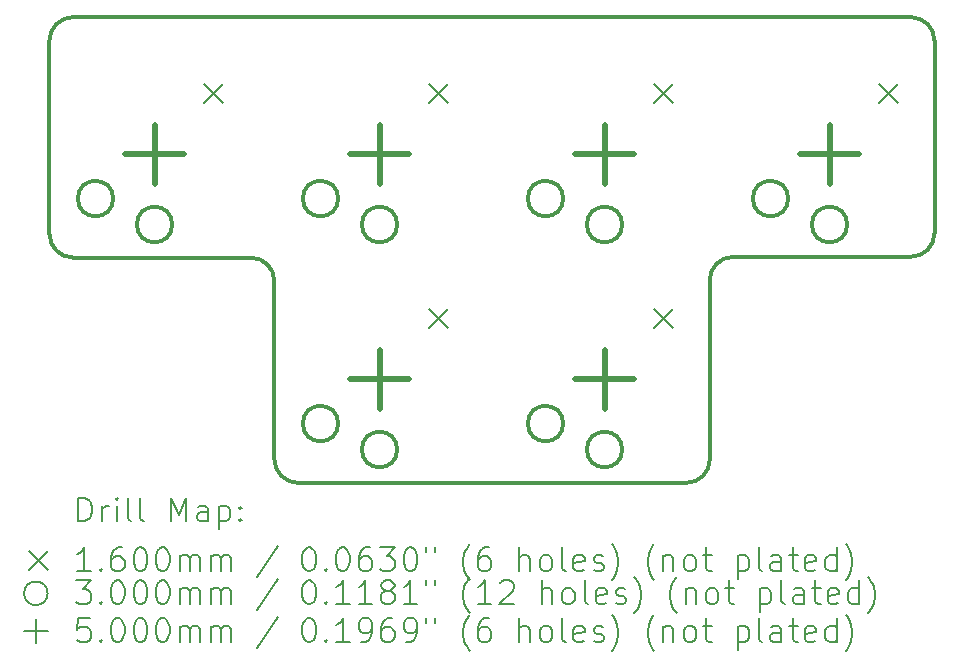
<source format=gbr>
%TF.GenerationSoftware,KiCad,Pcbnew,8.0.5*%
%TF.CreationDate,2024-09-18T06:53:53+09:00*%
%TF.ProjectId,SandyLP_Top,53616e64-794c-4505-9f54-6f702e6b6963,v.0*%
%TF.SameCoordinates,Original*%
%TF.FileFunction,Drillmap*%
%TF.FilePolarity,Positive*%
%FSLAX45Y45*%
G04 Gerber Fmt 4.5, Leading zero omitted, Abs format (unit mm)*
G04 Created by KiCad (PCBNEW 8.0.5) date 2024-09-18 06:53:53*
%MOMM*%
%LPD*%
G01*
G04 APERTURE LIST*
%ADD10C,0.300000*%
%ADD11C,0.200000*%
%ADD12C,0.160000*%
%ADD13C,0.500000*%
G04 APERTURE END LIST*
D10*
X12050531Y-5280337D02*
X12050531Y-3644707D01*
X12250531Y-5480337D02*
X13755531Y-5480337D01*
X13955531Y-7187626D02*
X13955531Y-5680336D01*
X14155531Y-7387626D02*
X17443022Y-7387415D01*
X17643022Y-7187415D02*
X17640531Y-5674258D01*
X17840531Y-5474258D02*
X19344281Y-5473258D01*
X19344281Y-3444707D02*
X12250531Y-3444707D01*
X19544281Y-5273258D02*
X19544281Y-3644707D01*
X12050531Y-3644707D02*
G75*
G02*
X12250531Y-3444707I200000J0D01*
G01*
X12250531Y-5480337D02*
G75*
G02*
X12050531Y-5280337I0J200000D01*
G01*
X13755531Y-5480337D02*
G75*
G02*
X13955531Y-5680336I0J-200000D01*
G01*
X14155531Y-7387626D02*
G75*
G02*
X13955531Y-7187626I0J200000D01*
G01*
X17640531Y-5674258D02*
G75*
G02*
X17840531Y-5474259I199994J5D01*
G01*
X17643022Y-7187415D02*
G75*
G02*
X17443022Y-7387415I-199992J-8D01*
G01*
X19344281Y-3444707D02*
G75*
G02*
X19544274Y-3644707I0J-199993D01*
G01*
X19544281Y-5273258D02*
G75*
G02*
X19344281Y-5473261I-200010J7D01*
G01*
D11*
D12*
X13360531Y-4010340D02*
X13520531Y-4170340D01*
X13520531Y-4010340D02*
X13360531Y-4170340D01*
X15265531Y-4010340D02*
X15425531Y-4170340D01*
X15425531Y-4010340D02*
X15265531Y-4170340D01*
X15265531Y-5915340D02*
X15425531Y-6075340D01*
X15425531Y-5915340D02*
X15265531Y-6075340D01*
X17170531Y-4010340D02*
X17330531Y-4170340D01*
X17330531Y-4010340D02*
X17170531Y-4170340D01*
X17170531Y-5915340D02*
X17330531Y-6075340D01*
X17330531Y-5915340D02*
X17170531Y-6075340D01*
X19075531Y-4010340D02*
X19235531Y-4170340D01*
X19235531Y-4010340D02*
X19075531Y-4170340D01*
D10*
X12590531Y-4980341D02*
G75*
G02*
X12290531Y-4980341I-150000J0D01*
G01*
X12290531Y-4980341D02*
G75*
G02*
X12590531Y-4980341I150000J0D01*
G01*
X13090531Y-5200341D02*
G75*
G02*
X12790531Y-5200341I-150000J0D01*
G01*
X12790531Y-5200341D02*
G75*
G02*
X13090531Y-5200341I150000J0D01*
G01*
X14495531Y-4980341D02*
G75*
G02*
X14195531Y-4980341I-150000J0D01*
G01*
X14195531Y-4980341D02*
G75*
G02*
X14495531Y-4980341I150000J0D01*
G01*
X14495531Y-6885340D02*
G75*
G02*
X14195531Y-6885340I-150000J0D01*
G01*
X14195531Y-6885340D02*
G75*
G02*
X14495531Y-6885340I150000J0D01*
G01*
X14995531Y-5200341D02*
G75*
G02*
X14695531Y-5200341I-150000J0D01*
G01*
X14695531Y-5200341D02*
G75*
G02*
X14995531Y-5200341I150000J0D01*
G01*
X14995531Y-7105340D02*
G75*
G02*
X14695531Y-7105340I-150000J0D01*
G01*
X14695531Y-7105340D02*
G75*
G02*
X14995531Y-7105340I150000J0D01*
G01*
X16400531Y-4980341D02*
G75*
G02*
X16100531Y-4980341I-150000J0D01*
G01*
X16100531Y-4980341D02*
G75*
G02*
X16400531Y-4980341I150000J0D01*
G01*
X16400531Y-6885340D02*
G75*
G02*
X16100531Y-6885340I-150000J0D01*
G01*
X16100531Y-6885340D02*
G75*
G02*
X16400531Y-6885340I150000J0D01*
G01*
X16900531Y-5200341D02*
G75*
G02*
X16600531Y-5200341I-150000J0D01*
G01*
X16600531Y-5200341D02*
G75*
G02*
X16900531Y-5200341I150000J0D01*
G01*
X16900531Y-7105340D02*
G75*
G02*
X16600531Y-7105340I-150000J0D01*
G01*
X16600531Y-7105340D02*
G75*
G02*
X16900531Y-7105340I150000J0D01*
G01*
X18305531Y-4980341D02*
G75*
G02*
X18005531Y-4980341I-150000J0D01*
G01*
X18005531Y-4980341D02*
G75*
G02*
X18305531Y-4980341I150000J0D01*
G01*
X18805531Y-5200341D02*
G75*
G02*
X18505531Y-5200341I-150000J0D01*
G01*
X18505531Y-5200341D02*
G75*
G02*
X18805531Y-5200341I150000J0D01*
G01*
D13*
X12940531Y-4355341D02*
X12940531Y-4855341D01*
X12690531Y-4605341D02*
X13190531Y-4605341D01*
X14845531Y-4355341D02*
X14845531Y-4855341D01*
X14595531Y-4605341D02*
X15095531Y-4605341D01*
X14845531Y-6260340D02*
X14845531Y-6760340D01*
X14595531Y-6510340D02*
X15095531Y-6510340D01*
X16750531Y-4355341D02*
X16750531Y-4855341D01*
X16500531Y-4605341D02*
X17000531Y-4605341D01*
X16750531Y-6260340D02*
X16750531Y-6760340D01*
X16500531Y-6510340D02*
X17000531Y-6510340D01*
X18655531Y-4355341D02*
X18655531Y-4855341D01*
X18405531Y-4605341D02*
X18905531Y-4605341D01*
D11*
X12296308Y-7714110D02*
X12296308Y-7514110D01*
X12296308Y-7514110D02*
X12343927Y-7514110D01*
X12343927Y-7514110D02*
X12372498Y-7523633D01*
X12372498Y-7523633D02*
X12391546Y-7542681D01*
X12391546Y-7542681D02*
X12401070Y-7561729D01*
X12401070Y-7561729D02*
X12410593Y-7599824D01*
X12410593Y-7599824D02*
X12410593Y-7628395D01*
X12410593Y-7628395D02*
X12401070Y-7666490D01*
X12401070Y-7666490D02*
X12391546Y-7685538D01*
X12391546Y-7685538D02*
X12372498Y-7704586D01*
X12372498Y-7704586D02*
X12343927Y-7714110D01*
X12343927Y-7714110D02*
X12296308Y-7714110D01*
X12496308Y-7714110D02*
X12496308Y-7580776D01*
X12496308Y-7618871D02*
X12505832Y-7599824D01*
X12505832Y-7599824D02*
X12515355Y-7590300D01*
X12515355Y-7590300D02*
X12534403Y-7580776D01*
X12534403Y-7580776D02*
X12553451Y-7580776D01*
X12620117Y-7714110D02*
X12620117Y-7580776D01*
X12620117Y-7514110D02*
X12610593Y-7523633D01*
X12610593Y-7523633D02*
X12620117Y-7533157D01*
X12620117Y-7533157D02*
X12629641Y-7523633D01*
X12629641Y-7523633D02*
X12620117Y-7514110D01*
X12620117Y-7514110D02*
X12620117Y-7533157D01*
X12743927Y-7714110D02*
X12724879Y-7704586D01*
X12724879Y-7704586D02*
X12715355Y-7685538D01*
X12715355Y-7685538D02*
X12715355Y-7514110D01*
X12848689Y-7714110D02*
X12829641Y-7704586D01*
X12829641Y-7704586D02*
X12820117Y-7685538D01*
X12820117Y-7685538D02*
X12820117Y-7514110D01*
X13077260Y-7714110D02*
X13077260Y-7514110D01*
X13077260Y-7514110D02*
X13143927Y-7656967D01*
X13143927Y-7656967D02*
X13210593Y-7514110D01*
X13210593Y-7514110D02*
X13210593Y-7714110D01*
X13391546Y-7714110D02*
X13391546Y-7609348D01*
X13391546Y-7609348D02*
X13382022Y-7590300D01*
X13382022Y-7590300D02*
X13362974Y-7580776D01*
X13362974Y-7580776D02*
X13324879Y-7580776D01*
X13324879Y-7580776D02*
X13305832Y-7590300D01*
X13391546Y-7704586D02*
X13372498Y-7714110D01*
X13372498Y-7714110D02*
X13324879Y-7714110D01*
X13324879Y-7714110D02*
X13305832Y-7704586D01*
X13305832Y-7704586D02*
X13296308Y-7685538D01*
X13296308Y-7685538D02*
X13296308Y-7666490D01*
X13296308Y-7666490D02*
X13305832Y-7647443D01*
X13305832Y-7647443D02*
X13324879Y-7637919D01*
X13324879Y-7637919D02*
X13372498Y-7637919D01*
X13372498Y-7637919D02*
X13391546Y-7628395D01*
X13486784Y-7580776D02*
X13486784Y-7780776D01*
X13486784Y-7590300D02*
X13505832Y-7580776D01*
X13505832Y-7580776D02*
X13543927Y-7580776D01*
X13543927Y-7580776D02*
X13562974Y-7590300D01*
X13562974Y-7590300D02*
X13572498Y-7599824D01*
X13572498Y-7599824D02*
X13582022Y-7618871D01*
X13582022Y-7618871D02*
X13582022Y-7676014D01*
X13582022Y-7676014D02*
X13572498Y-7695062D01*
X13572498Y-7695062D02*
X13562974Y-7704586D01*
X13562974Y-7704586D02*
X13543927Y-7714110D01*
X13543927Y-7714110D02*
X13505832Y-7714110D01*
X13505832Y-7714110D02*
X13486784Y-7704586D01*
X13667736Y-7695062D02*
X13677260Y-7704586D01*
X13677260Y-7704586D02*
X13667736Y-7714110D01*
X13667736Y-7714110D02*
X13658213Y-7704586D01*
X13658213Y-7704586D02*
X13667736Y-7695062D01*
X13667736Y-7695062D02*
X13667736Y-7714110D01*
X13667736Y-7590300D02*
X13677260Y-7599824D01*
X13677260Y-7599824D02*
X13667736Y-7609348D01*
X13667736Y-7609348D02*
X13658213Y-7599824D01*
X13658213Y-7599824D02*
X13667736Y-7590300D01*
X13667736Y-7590300D02*
X13667736Y-7609348D01*
D12*
X11875531Y-7962626D02*
X12035531Y-8122626D01*
X12035531Y-7962626D02*
X11875531Y-8122626D01*
D11*
X12401070Y-8134110D02*
X12286784Y-8134110D01*
X12343927Y-8134110D02*
X12343927Y-7934110D01*
X12343927Y-7934110D02*
X12324879Y-7962681D01*
X12324879Y-7962681D02*
X12305832Y-7981729D01*
X12305832Y-7981729D02*
X12286784Y-7991252D01*
X12486784Y-8115062D02*
X12496308Y-8124586D01*
X12496308Y-8124586D02*
X12486784Y-8134110D01*
X12486784Y-8134110D02*
X12477260Y-8124586D01*
X12477260Y-8124586D02*
X12486784Y-8115062D01*
X12486784Y-8115062D02*
X12486784Y-8134110D01*
X12667736Y-7934110D02*
X12629641Y-7934110D01*
X12629641Y-7934110D02*
X12610593Y-7943633D01*
X12610593Y-7943633D02*
X12601070Y-7953157D01*
X12601070Y-7953157D02*
X12582022Y-7981729D01*
X12582022Y-7981729D02*
X12572498Y-8019824D01*
X12572498Y-8019824D02*
X12572498Y-8096014D01*
X12572498Y-8096014D02*
X12582022Y-8115062D01*
X12582022Y-8115062D02*
X12591546Y-8124586D01*
X12591546Y-8124586D02*
X12610593Y-8134110D01*
X12610593Y-8134110D02*
X12648689Y-8134110D01*
X12648689Y-8134110D02*
X12667736Y-8124586D01*
X12667736Y-8124586D02*
X12677260Y-8115062D01*
X12677260Y-8115062D02*
X12686784Y-8096014D01*
X12686784Y-8096014D02*
X12686784Y-8048395D01*
X12686784Y-8048395D02*
X12677260Y-8029348D01*
X12677260Y-8029348D02*
X12667736Y-8019824D01*
X12667736Y-8019824D02*
X12648689Y-8010300D01*
X12648689Y-8010300D02*
X12610593Y-8010300D01*
X12610593Y-8010300D02*
X12591546Y-8019824D01*
X12591546Y-8019824D02*
X12582022Y-8029348D01*
X12582022Y-8029348D02*
X12572498Y-8048395D01*
X12810593Y-7934110D02*
X12829641Y-7934110D01*
X12829641Y-7934110D02*
X12848689Y-7943633D01*
X12848689Y-7943633D02*
X12858213Y-7953157D01*
X12858213Y-7953157D02*
X12867736Y-7972205D01*
X12867736Y-7972205D02*
X12877260Y-8010300D01*
X12877260Y-8010300D02*
X12877260Y-8057919D01*
X12877260Y-8057919D02*
X12867736Y-8096014D01*
X12867736Y-8096014D02*
X12858213Y-8115062D01*
X12858213Y-8115062D02*
X12848689Y-8124586D01*
X12848689Y-8124586D02*
X12829641Y-8134110D01*
X12829641Y-8134110D02*
X12810593Y-8134110D01*
X12810593Y-8134110D02*
X12791546Y-8124586D01*
X12791546Y-8124586D02*
X12782022Y-8115062D01*
X12782022Y-8115062D02*
X12772498Y-8096014D01*
X12772498Y-8096014D02*
X12762974Y-8057919D01*
X12762974Y-8057919D02*
X12762974Y-8010300D01*
X12762974Y-8010300D02*
X12772498Y-7972205D01*
X12772498Y-7972205D02*
X12782022Y-7953157D01*
X12782022Y-7953157D02*
X12791546Y-7943633D01*
X12791546Y-7943633D02*
X12810593Y-7934110D01*
X13001070Y-7934110D02*
X13020117Y-7934110D01*
X13020117Y-7934110D02*
X13039165Y-7943633D01*
X13039165Y-7943633D02*
X13048689Y-7953157D01*
X13048689Y-7953157D02*
X13058213Y-7972205D01*
X13058213Y-7972205D02*
X13067736Y-8010300D01*
X13067736Y-8010300D02*
X13067736Y-8057919D01*
X13067736Y-8057919D02*
X13058213Y-8096014D01*
X13058213Y-8096014D02*
X13048689Y-8115062D01*
X13048689Y-8115062D02*
X13039165Y-8124586D01*
X13039165Y-8124586D02*
X13020117Y-8134110D01*
X13020117Y-8134110D02*
X13001070Y-8134110D01*
X13001070Y-8134110D02*
X12982022Y-8124586D01*
X12982022Y-8124586D02*
X12972498Y-8115062D01*
X12972498Y-8115062D02*
X12962974Y-8096014D01*
X12962974Y-8096014D02*
X12953451Y-8057919D01*
X12953451Y-8057919D02*
X12953451Y-8010300D01*
X12953451Y-8010300D02*
X12962974Y-7972205D01*
X12962974Y-7972205D02*
X12972498Y-7953157D01*
X12972498Y-7953157D02*
X12982022Y-7943633D01*
X12982022Y-7943633D02*
X13001070Y-7934110D01*
X13153451Y-8134110D02*
X13153451Y-8000776D01*
X13153451Y-8019824D02*
X13162974Y-8010300D01*
X13162974Y-8010300D02*
X13182022Y-8000776D01*
X13182022Y-8000776D02*
X13210594Y-8000776D01*
X13210594Y-8000776D02*
X13229641Y-8010300D01*
X13229641Y-8010300D02*
X13239165Y-8029348D01*
X13239165Y-8029348D02*
X13239165Y-8134110D01*
X13239165Y-8029348D02*
X13248689Y-8010300D01*
X13248689Y-8010300D02*
X13267736Y-8000776D01*
X13267736Y-8000776D02*
X13296308Y-8000776D01*
X13296308Y-8000776D02*
X13315355Y-8010300D01*
X13315355Y-8010300D02*
X13324879Y-8029348D01*
X13324879Y-8029348D02*
X13324879Y-8134110D01*
X13420117Y-8134110D02*
X13420117Y-8000776D01*
X13420117Y-8019824D02*
X13429641Y-8010300D01*
X13429641Y-8010300D02*
X13448689Y-8000776D01*
X13448689Y-8000776D02*
X13477260Y-8000776D01*
X13477260Y-8000776D02*
X13496308Y-8010300D01*
X13496308Y-8010300D02*
X13505832Y-8029348D01*
X13505832Y-8029348D02*
X13505832Y-8134110D01*
X13505832Y-8029348D02*
X13515355Y-8010300D01*
X13515355Y-8010300D02*
X13534403Y-8000776D01*
X13534403Y-8000776D02*
X13562974Y-8000776D01*
X13562974Y-8000776D02*
X13582022Y-8010300D01*
X13582022Y-8010300D02*
X13591546Y-8029348D01*
X13591546Y-8029348D02*
X13591546Y-8134110D01*
X13982022Y-7924586D02*
X13810594Y-8181729D01*
X14239165Y-7934110D02*
X14258213Y-7934110D01*
X14258213Y-7934110D02*
X14277260Y-7943633D01*
X14277260Y-7943633D02*
X14286784Y-7953157D01*
X14286784Y-7953157D02*
X14296308Y-7972205D01*
X14296308Y-7972205D02*
X14305832Y-8010300D01*
X14305832Y-8010300D02*
X14305832Y-8057919D01*
X14305832Y-8057919D02*
X14296308Y-8096014D01*
X14296308Y-8096014D02*
X14286784Y-8115062D01*
X14286784Y-8115062D02*
X14277260Y-8124586D01*
X14277260Y-8124586D02*
X14258213Y-8134110D01*
X14258213Y-8134110D02*
X14239165Y-8134110D01*
X14239165Y-8134110D02*
X14220117Y-8124586D01*
X14220117Y-8124586D02*
X14210594Y-8115062D01*
X14210594Y-8115062D02*
X14201070Y-8096014D01*
X14201070Y-8096014D02*
X14191546Y-8057919D01*
X14191546Y-8057919D02*
X14191546Y-8010300D01*
X14191546Y-8010300D02*
X14201070Y-7972205D01*
X14201070Y-7972205D02*
X14210594Y-7953157D01*
X14210594Y-7953157D02*
X14220117Y-7943633D01*
X14220117Y-7943633D02*
X14239165Y-7934110D01*
X14391546Y-8115062D02*
X14401070Y-8124586D01*
X14401070Y-8124586D02*
X14391546Y-8134110D01*
X14391546Y-8134110D02*
X14382022Y-8124586D01*
X14382022Y-8124586D02*
X14391546Y-8115062D01*
X14391546Y-8115062D02*
X14391546Y-8134110D01*
X14524879Y-7934110D02*
X14543927Y-7934110D01*
X14543927Y-7934110D02*
X14562975Y-7943633D01*
X14562975Y-7943633D02*
X14572498Y-7953157D01*
X14572498Y-7953157D02*
X14582022Y-7972205D01*
X14582022Y-7972205D02*
X14591546Y-8010300D01*
X14591546Y-8010300D02*
X14591546Y-8057919D01*
X14591546Y-8057919D02*
X14582022Y-8096014D01*
X14582022Y-8096014D02*
X14572498Y-8115062D01*
X14572498Y-8115062D02*
X14562975Y-8124586D01*
X14562975Y-8124586D02*
X14543927Y-8134110D01*
X14543927Y-8134110D02*
X14524879Y-8134110D01*
X14524879Y-8134110D02*
X14505832Y-8124586D01*
X14505832Y-8124586D02*
X14496308Y-8115062D01*
X14496308Y-8115062D02*
X14486784Y-8096014D01*
X14486784Y-8096014D02*
X14477260Y-8057919D01*
X14477260Y-8057919D02*
X14477260Y-8010300D01*
X14477260Y-8010300D02*
X14486784Y-7972205D01*
X14486784Y-7972205D02*
X14496308Y-7953157D01*
X14496308Y-7953157D02*
X14505832Y-7943633D01*
X14505832Y-7943633D02*
X14524879Y-7934110D01*
X14762975Y-7934110D02*
X14724879Y-7934110D01*
X14724879Y-7934110D02*
X14705832Y-7943633D01*
X14705832Y-7943633D02*
X14696308Y-7953157D01*
X14696308Y-7953157D02*
X14677260Y-7981729D01*
X14677260Y-7981729D02*
X14667737Y-8019824D01*
X14667737Y-8019824D02*
X14667737Y-8096014D01*
X14667737Y-8096014D02*
X14677260Y-8115062D01*
X14677260Y-8115062D02*
X14686784Y-8124586D01*
X14686784Y-8124586D02*
X14705832Y-8134110D01*
X14705832Y-8134110D02*
X14743927Y-8134110D01*
X14743927Y-8134110D02*
X14762975Y-8124586D01*
X14762975Y-8124586D02*
X14772498Y-8115062D01*
X14772498Y-8115062D02*
X14782022Y-8096014D01*
X14782022Y-8096014D02*
X14782022Y-8048395D01*
X14782022Y-8048395D02*
X14772498Y-8029348D01*
X14772498Y-8029348D02*
X14762975Y-8019824D01*
X14762975Y-8019824D02*
X14743927Y-8010300D01*
X14743927Y-8010300D02*
X14705832Y-8010300D01*
X14705832Y-8010300D02*
X14686784Y-8019824D01*
X14686784Y-8019824D02*
X14677260Y-8029348D01*
X14677260Y-8029348D02*
X14667737Y-8048395D01*
X14848689Y-7934110D02*
X14972498Y-7934110D01*
X14972498Y-7934110D02*
X14905832Y-8010300D01*
X14905832Y-8010300D02*
X14934403Y-8010300D01*
X14934403Y-8010300D02*
X14953451Y-8019824D01*
X14953451Y-8019824D02*
X14962975Y-8029348D01*
X14962975Y-8029348D02*
X14972498Y-8048395D01*
X14972498Y-8048395D02*
X14972498Y-8096014D01*
X14972498Y-8096014D02*
X14962975Y-8115062D01*
X14962975Y-8115062D02*
X14953451Y-8124586D01*
X14953451Y-8124586D02*
X14934403Y-8134110D01*
X14934403Y-8134110D02*
X14877260Y-8134110D01*
X14877260Y-8134110D02*
X14858213Y-8124586D01*
X14858213Y-8124586D02*
X14848689Y-8115062D01*
X15096308Y-7934110D02*
X15115356Y-7934110D01*
X15115356Y-7934110D02*
X15134403Y-7943633D01*
X15134403Y-7943633D02*
X15143927Y-7953157D01*
X15143927Y-7953157D02*
X15153451Y-7972205D01*
X15153451Y-7972205D02*
X15162975Y-8010300D01*
X15162975Y-8010300D02*
X15162975Y-8057919D01*
X15162975Y-8057919D02*
X15153451Y-8096014D01*
X15153451Y-8096014D02*
X15143927Y-8115062D01*
X15143927Y-8115062D02*
X15134403Y-8124586D01*
X15134403Y-8124586D02*
X15115356Y-8134110D01*
X15115356Y-8134110D02*
X15096308Y-8134110D01*
X15096308Y-8134110D02*
X15077260Y-8124586D01*
X15077260Y-8124586D02*
X15067737Y-8115062D01*
X15067737Y-8115062D02*
X15058213Y-8096014D01*
X15058213Y-8096014D02*
X15048689Y-8057919D01*
X15048689Y-8057919D02*
X15048689Y-8010300D01*
X15048689Y-8010300D02*
X15058213Y-7972205D01*
X15058213Y-7972205D02*
X15067737Y-7953157D01*
X15067737Y-7953157D02*
X15077260Y-7943633D01*
X15077260Y-7943633D02*
X15096308Y-7934110D01*
X15239165Y-7934110D02*
X15239165Y-7972205D01*
X15315356Y-7934110D02*
X15315356Y-7972205D01*
X15610594Y-8210300D02*
X15601070Y-8200776D01*
X15601070Y-8200776D02*
X15582022Y-8172205D01*
X15582022Y-8172205D02*
X15572499Y-8153157D01*
X15572499Y-8153157D02*
X15562975Y-8124586D01*
X15562975Y-8124586D02*
X15553451Y-8076967D01*
X15553451Y-8076967D02*
X15553451Y-8038871D01*
X15553451Y-8038871D02*
X15562975Y-7991252D01*
X15562975Y-7991252D02*
X15572499Y-7962681D01*
X15572499Y-7962681D02*
X15582022Y-7943633D01*
X15582022Y-7943633D02*
X15601070Y-7915062D01*
X15601070Y-7915062D02*
X15610594Y-7905538D01*
X15772499Y-7934110D02*
X15734403Y-7934110D01*
X15734403Y-7934110D02*
X15715356Y-7943633D01*
X15715356Y-7943633D02*
X15705832Y-7953157D01*
X15705832Y-7953157D02*
X15686784Y-7981729D01*
X15686784Y-7981729D02*
X15677260Y-8019824D01*
X15677260Y-8019824D02*
X15677260Y-8096014D01*
X15677260Y-8096014D02*
X15686784Y-8115062D01*
X15686784Y-8115062D02*
X15696308Y-8124586D01*
X15696308Y-8124586D02*
X15715356Y-8134110D01*
X15715356Y-8134110D02*
X15753451Y-8134110D01*
X15753451Y-8134110D02*
X15772499Y-8124586D01*
X15772499Y-8124586D02*
X15782022Y-8115062D01*
X15782022Y-8115062D02*
X15791546Y-8096014D01*
X15791546Y-8096014D02*
X15791546Y-8048395D01*
X15791546Y-8048395D02*
X15782022Y-8029348D01*
X15782022Y-8029348D02*
X15772499Y-8019824D01*
X15772499Y-8019824D02*
X15753451Y-8010300D01*
X15753451Y-8010300D02*
X15715356Y-8010300D01*
X15715356Y-8010300D02*
X15696308Y-8019824D01*
X15696308Y-8019824D02*
X15686784Y-8029348D01*
X15686784Y-8029348D02*
X15677260Y-8048395D01*
X16029641Y-8134110D02*
X16029641Y-7934110D01*
X16115356Y-8134110D02*
X16115356Y-8029348D01*
X16115356Y-8029348D02*
X16105832Y-8010300D01*
X16105832Y-8010300D02*
X16086784Y-8000776D01*
X16086784Y-8000776D02*
X16058213Y-8000776D01*
X16058213Y-8000776D02*
X16039165Y-8010300D01*
X16039165Y-8010300D02*
X16029641Y-8019824D01*
X16239165Y-8134110D02*
X16220118Y-8124586D01*
X16220118Y-8124586D02*
X16210594Y-8115062D01*
X16210594Y-8115062D02*
X16201070Y-8096014D01*
X16201070Y-8096014D02*
X16201070Y-8038871D01*
X16201070Y-8038871D02*
X16210594Y-8019824D01*
X16210594Y-8019824D02*
X16220118Y-8010300D01*
X16220118Y-8010300D02*
X16239165Y-8000776D01*
X16239165Y-8000776D02*
X16267737Y-8000776D01*
X16267737Y-8000776D02*
X16286784Y-8010300D01*
X16286784Y-8010300D02*
X16296308Y-8019824D01*
X16296308Y-8019824D02*
X16305832Y-8038871D01*
X16305832Y-8038871D02*
X16305832Y-8096014D01*
X16305832Y-8096014D02*
X16296308Y-8115062D01*
X16296308Y-8115062D02*
X16286784Y-8124586D01*
X16286784Y-8124586D02*
X16267737Y-8134110D01*
X16267737Y-8134110D02*
X16239165Y-8134110D01*
X16420118Y-8134110D02*
X16401070Y-8124586D01*
X16401070Y-8124586D02*
X16391546Y-8105538D01*
X16391546Y-8105538D02*
X16391546Y-7934110D01*
X16572499Y-8124586D02*
X16553451Y-8134110D01*
X16553451Y-8134110D02*
X16515356Y-8134110D01*
X16515356Y-8134110D02*
X16496308Y-8124586D01*
X16496308Y-8124586D02*
X16486784Y-8105538D01*
X16486784Y-8105538D02*
X16486784Y-8029348D01*
X16486784Y-8029348D02*
X16496308Y-8010300D01*
X16496308Y-8010300D02*
X16515356Y-8000776D01*
X16515356Y-8000776D02*
X16553451Y-8000776D01*
X16553451Y-8000776D02*
X16572499Y-8010300D01*
X16572499Y-8010300D02*
X16582022Y-8029348D01*
X16582022Y-8029348D02*
X16582022Y-8048395D01*
X16582022Y-8048395D02*
X16486784Y-8067443D01*
X16658213Y-8124586D02*
X16677261Y-8134110D01*
X16677261Y-8134110D02*
X16715356Y-8134110D01*
X16715356Y-8134110D02*
X16734403Y-8124586D01*
X16734403Y-8124586D02*
X16743927Y-8105538D01*
X16743927Y-8105538D02*
X16743927Y-8096014D01*
X16743927Y-8096014D02*
X16734403Y-8076967D01*
X16734403Y-8076967D02*
X16715356Y-8067443D01*
X16715356Y-8067443D02*
X16686784Y-8067443D01*
X16686784Y-8067443D02*
X16667737Y-8057919D01*
X16667737Y-8057919D02*
X16658213Y-8038871D01*
X16658213Y-8038871D02*
X16658213Y-8029348D01*
X16658213Y-8029348D02*
X16667737Y-8010300D01*
X16667737Y-8010300D02*
X16686784Y-8000776D01*
X16686784Y-8000776D02*
X16715356Y-8000776D01*
X16715356Y-8000776D02*
X16734403Y-8010300D01*
X16810594Y-8210300D02*
X16820118Y-8200776D01*
X16820118Y-8200776D02*
X16839165Y-8172205D01*
X16839165Y-8172205D02*
X16848689Y-8153157D01*
X16848689Y-8153157D02*
X16858213Y-8124586D01*
X16858213Y-8124586D02*
X16867737Y-8076967D01*
X16867737Y-8076967D02*
X16867737Y-8038871D01*
X16867737Y-8038871D02*
X16858213Y-7991252D01*
X16858213Y-7991252D02*
X16848689Y-7962681D01*
X16848689Y-7962681D02*
X16839165Y-7943633D01*
X16839165Y-7943633D02*
X16820118Y-7915062D01*
X16820118Y-7915062D02*
X16810594Y-7905538D01*
X17172499Y-8210300D02*
X17162975Y-8200776D01*
X17162975Y-8200776D02*
X17143927Y-8172205D01*
X17143927Y-8172205D02*
X17134404Y-8153157D01*
X17134404Y-8153157D02*
X17124880Y-8124586D01*
X17124880Y-8124586D02*
X17115356Y-8076967D01*
X17115356Y-8076967D02*
X17115356Y-8038871D01*
X17115356Y-8038871D02*
X17124880Y-7991252D01*
X17124880Y-7991252D02*
X17134404Y-7962681D01*
X17134404Y-7962681D02*
X17143927Y-7943633D01*
X17143927Y-7943633D02*
X17162975Y-7915062D01*
X17162975Y-7915062D02*
X17172499Y-7905538D01*
X17248689Y-8000776D02*
X17248689Y-8134110D01*
X17248689Y-8019824D02*
X17258213Y-8010300D01*
X17258213Y-8010300D02*
X17277261Y-8000776D01*
X17277261Y-8000776D02*
X17305832Y-8000776D01*
X17305832Y-8000776D02*
X17324880Y-8010300D01*
X17324880Y-8010300D02*
X17334404Y-8029348D01*
X17334404Y-8029348D02*
X17334404Y-8134110D01*
X17458213Y-8134110D02*
X17439165Y-8124586D01*
X17439165Y-8124586D02*
X17429642Y-8115062D01*
X17429642Y-8115062D02*
X17420118Y-8096014D01*
X17420118Y-8096014D02*
X17420118Y-8038871D01*
X17420118Y-8038871D02*
X17429642Y-8019824D01*
X17429642Y-8019824D02*
X17439165Y-8010300D01*
X17439165Y-8010300D02*
X17458213Y-8000776D01*
X17458213Y-8000776D02*
X17486785Y-8000776D01*
X17486785Y-8000776D02*
X17505832Y-8010300D01*
X17505832Y-8010300D02*
X17515356Y-8019824D01*
X17515356Y-8019824D02*
X17524880Y-8038871D01*
X17524880Y-8038871D02*
X17524880Y-8096014D01*
X17524880Y-8096014D02*
X17515356Y-8115062D01*
X17515356Y-8115062D02*
X17505832Y-8124586D01*
X17505832Y-8124586D02*
X17486785Y-8134110D01*
X17486785Y-8134110D02*
X17458213Y-8134110D01*
X17582023Y-8000776D02*
X17658213Y-8000776D01*
X17610594Y-7934110D02*
X17610594Y-8105538D01*
X17610594Y-8105538D02*
X17620118Y-8124586D01*
X17620118Y-8124586D02*
X17639165Y-8134110D01*
X17639165Y-8134110D02*
X17658213Y-8134110D01*
X17877261Y-8000776D02*
X17877261Y-8200776D01*
X17877261Y-8010300D02*
X17896308Y-8000776D01*
X17896308Y-8000776D02*
X17934404Y-8000776D01*
X17934404Y-8000776D02*
X17953451Y-8010300D01*
X17953451Y-8010300D02*
X17962975Y-8019824D01*
X17962975Y-8019824D02*
X17972499Y-8038871D01*
X17972499Y-8038871D02*
X17972499Y-8096014D01*
X17972499Y-8096014D02*
X17962975Y-8115062D01*
X17962975Y-8115062D02*
X17953451Y-8124586D01*
X17953451Y-8124586D02*
X17934404Y-8134110D01*
X17934404Y-8134110D02*
X17896308Y-8134110D01*
X17896308Y-8134110D02*
X17877261Y-8124586D01*
X18086785Y-8134110D02*
X18067737Y-8124586D01*
X18067737Y-8124586D02*
X18058213Y-8105538D01*
X18058213Y-8105538D02*
X18058213Y-7934110D01*
X18248689Y-8134110D02*
X18248689Y-8029348D01*
X18248689Y-8029348D02*
X18239166Y-8010300D01*
X18239166Y-8010300D02*
X18220118Y-8000776D01*
X18220118Y-8000776D02*
X18182023Y-8000776D01*
X18182023Y-8000776D02*
X18162975Y-8010300D01*
X18248689Y-8124586D02*
X18229642Y-8134110D01*
X18229642Y-8134110D02*
X18182023Y-8134110D01*
X18182023Y-8134110D02*
X18162975Y-8124586D01*
X18162975Y-8124586D02*
X18153451Y-8105538D01*
X18153451Y-8105538D02*
X18153451Y-8086490D01*
X18153451Y-8086490D02*
X18162975Y-8067443D01*
X18162975Y-8067443D02*
X18182023Y-8057919D01*
X18182023Y-8057919D02*
X18229642Y-8057919D01*
X18229642Y-8057919D02*
X18248689Y-8048395D01*
X18315356Y-8000776D02*
X18391546Y-8000776D01*
X18343927Y-7934110D02*
X18343927Y-8105538D01*
X18343927Y-8105538D02*
X18353451Y-8124586D01*
X18353451Y-8124586D02*
X18372499Y-8134110D01*
X18372499Y-8134110D02*
X18391546Y-8134110D01*
X18534404Y-8124586D02*
X18515356Y-8134110D01*
X18515356Y-8134110D02*
X18477261Y-8134110D01*
X18477261Y-8134110D02*
X18458213Y-8124586D01*
X18458213Y-8124586D02*
X18448689Y-8105538D01*
X18448689Y-8105538D02*
X18448689Y-8029348D01*
X18448689Y-8029348D02*
X18458213Y-8010300D01*
X18458213Y-8010300D02*
X18477261Y-8000776D01*
X18477261Y-8000776D02*
X18515356Y-8000776D01*
X18515356Y-8000776D02*
X18534404Y-8010300D01*
X18534404Y-8010300D02*
X18543927Y-8029348D01*
X18543927Y-8029348D02*
X18543927Y-8048395D01*
X18543927Y-8048395D02*
X18448689Y-8067443D01*
X18715356Y-8134110D02*
X18715356Y-7934110D01*
X18715356Y-8124586D02*
X18696308Y-8134110D01*
X18696308Y-8134110D02*
X18658213Y-8134110D01*
X18658213Y-8134110D02*
X18639166Y-8124586D01*
X18639166Y-8124586D02*
X18629642Y-8115062D01*
X18629642Y-8115062D02*
X18620118Y-8096014D01*
X18620118Y-8096014D02*
X18620118Y-8038871D01*
X18620118Y-8038871D02*
X18629642Y-8019824D01*
X18629642Y-8019824D02*
X18639166Y-8010300D01*
X18639166Y-8010300D02*
X18658213Y-8000776D01*
X18658213Y-8000776D02*
X18696308Y-8000776D01*
X18696308Y-8000776D02*
X18715356Y-8010300D01*
X18791547Y-8210300D02*
X18801070Y-8200776D01*
X18801070Y-8200776D02*
X18820118Y-8172205D01*
X18820118Y-8172205D02*
X18829642Y-8153157D01*
X18829642Y-8153157D02*
X18839166Y-8124586D01*
X18839166Y-8124586D02*
X18848689Y-8076967D01*
X18848689Y-8076967D02*
X18848689Y-8038871D01*
X18848689Y-8038871D02*
X18839166Y-7991252D01*
X18839166Y-7991252D02*
X18829642Y-7962681D01*
X18829642Y-7962681D02*
X18820118Y-7943633D01*
X18820118Y-7943633D02*
X18801070Y-7915062D01*
X18801070Y-7915062D02*
X18791547Y-7905538D01*
X12035531Y-8322626D02*
G75*
G02*
X11835531Y-8322626I-100000J0D01*
G01*
X11835531Y-8322626D02*
G75*
G02*
X12035531Y-8322626I100000J0D01*
G01*
X12277260Y-8214110D02*
X12401070Y-8214110D01*
X12401070Y-8214110D02*
X12334403Y-8290300D01*
X12334403Y-8290300D02*
X12362974Y-8290300D01*
X12362974Y-8290300D02*
X12382022Y-8299824D01*
X12382022Y-8299824D02*
X12391546Y-8309348D01*
X12391546Y-8309348D02*
X12401070Y-8328395D01*
X12401070Y-8328395D02*
X12401070Y-8376014D01*
X12401070Y-8376014D02*
X12391546Y-8395062D01*
X12391546Y-8395062D02*
X12382022Y-8404586D01*
X12382022Y-8404586D02*
X12362974Y-8414110D01*
X12362974Y-8414110D02*
X12305832Y-8414110D01*
X12305832Y-8414110D02*
X12286784Y-8404586D01*
X12286784Y-8404586D02*
X12277260Y-8395062D01*
X12486784Y-8395062D02*
X12496308Y-8404586D01*
X12496308Y-8404586D02*
X12486784Y-8414110D01*
X12486784Y-8414110D02*
X12477260Y-8404586D01*
X12477260Y-8404586D02*
X12486784Y-8395062D01*
X12486784Y-8395062D02*
X12486784Y-8414110D01*
X12620117Y-8214110D02*
X12639165Y-8214110D01*
X12639165Y-8214110D02*
X12658213Y-8223633D01*
X12658213Y-8223633D02*
X12667736Y-8233157D01*
X12667736Y-8233157D02*
X12677260Y-8252205D01*
X12677260Y-8252205D02*
X12686784Y-8290300D01*
X12686784Y-8290300D02*
X12686784Y-8337919D01*
X12686784Y-8337919D02*
X12677260Y-8376014D01*
X12677260Y-8376014D02*
X12667736Y-8395062D01*
X12667736Y-8395062D02*
X12658213Y-8404586D01*
X12658213Y-8404586D02*
X12639165Y-8414110D01*
X12639165Y-8414110D02*
X12620117Y-8414110D01*
X12620117Y-8414110D02*
X12601070Y-8404586D01*
X12601070Y-8404586D02*
X12591546Y-8395062D01*
X12591546Y-8395062D02*
X12582022Y-8376014D01*
X12582022Y-8376014D02*
X12572498Y-8337919D01*
X12572498Y-8337919D02*
X12572498Y-8290300D01*
X12572498Y-8290300D02*
X12582022Y-8252205D01*
X12582022Y-8252205D02*
X12591546Y-8233157D01*
X12591546Y-8233157D02*
X12601070Y-8223633D01*
X12601070Y-8223633D02*
X12620117Y-8214110D01*
X12810593Y-8214110D02*
X12829641Y-8214110D01*
X12829641Y-8214110D02*
X12848689Y-8223633D01*
X12848689Y-8223633D02*
X12858213Y-8233157D01*
X12858213Y-8233157D02*
X12867736Y-8252205D01*
X12867736Y-8252205D02*
X12877260Y-8290300D01*
X12877260Y-8290300D02*
X12877260Y-8337919D01*
X12877260Y-8337919D02*
X12867736Y-8376014D01*
X12867736Y-8376014D02*
X12858213Y-8395062D01*
X12858213Y-8395062D02*
X12848689Y-8404586D01*
X12848689Y-8404586D02*
X12829641Y-8414110D01*
X12829641Y-8414110D02*
X12810593Y-8414110D01*
X12810593Y-8414110D02*
X12791546Y-8404586D01*
X12791546Y-8404586D02*
X12782022Y-8395062D01*
X12782022Y-8395062D02*
X12772498Y-8376014D01*
X12772498Y-8376014D02*
X12762974Y-8337919D01*
X12762974Y-8337919D02*
X12762974Y-8290300D01*
X12762974Y-8290300D02*
X12772498Y-8252205D01*
X12772498Y-8252205D02*
X12782022Y-8233157D01*
X12782022Y-8233157D02*
X12791546Y-8223633D01*
X12791546Y-8223633D02*
X12810593Y-8214110D01*
X13001070Y-8214110D02*
X13020117Y-8214110D01*
X13020117Y-8214110D02*
X13039165Y-8223633D01*
X13039165Y-8223633D02*
X13048689Y-8233157D01*
X13048689Y-8233157D02*
X13058213Y-8252205D01*
X13058213Y-8252205D02*
X13067736Y-8290300D01*
X13067736Y-8290300D02*
X13067736Y-8337919D01*
X13067736Y-8337919D02*
X13058213Y-8376014D01*
X13058213Y-8376014D02*
X13048689Y-8395062D01*
X13048689Y-8395062D02*
X13039165Y-8404586D01*
X13039165Y-8404586D02*
X13020117Y-8414110D01*
X13020117Y-8414110D02*
X13001070Y-8414110D01*
X13001070Y-8414110D02*
X12982022Y-8404586D01*
X12982022Y-8404586D02*
X12972498Y-8395062D01*
X12972498Y-8395062D02*
X12962974Y-8376014D01*
X12962974Y-8376014D02*
X12953451Y-8337919D01*
X12953451Y-8337919D02*
X12953451Y-8290300D01*
X12953451Y-8290300D02*
X12962974Y-8252205D01*
X12962974Y-8252205D02*
X12972498Y-8233157D01*
X12972498Y-8233157D02*
X12982022Y-8223633D01*
X12982022Y-8223633D02*
X13001070Y-8214110D01*
X13153451Y-8414110D02*
X13153451Y-8280776D01*
X13153451Y-8299824D02*
X13162974Y-8290300D01*
X13162974Y-8290300D02*
X13182022Y-8280776D01*
X13182022Y-8280776D02*
X13210594Y-8280776D01*
X13210594Y-8280776D02*
X13229641Y-8290300D01*
X13229641Y-8290300D02*
X13239165Y-8309348D01*
X13239165Y-8309348D02*
X13239165Y-8414110D01*
X13239165Y-8309348D02*
X13248689Y-8290300D01*
X13248689Y-8290300D02*
X13267736Y-8280776D01*
X13267736Y-8280776D02*
X13296308Y-8280776D01*
X13296308Y-8280776D02*
X13315355Y-8290300D01*
X13315355Y-8290300D02*
X13324879Y-8309348D01*
X13324879Y-8309348D02*
X13324879Y-8414110D01*
X13420117Y-8414110D02*
X13420117Y-8280776D01*
X13420117Y-8299824D02*
X13429641Y-8290300D01*
X13429641Y-8290300D02*
X13448689Y-8280776D01*
X13448689Y-8280776D02*
X13477260Y-8280776D01*
X13477260Y-8280776D02*
X13496308Y-8290300D01*
X13496308Y-8290300D02*
X13505832Y-8309348D01*
X13505832Y-8309348D02*
X13505832Y-8414110D01*
X13505832Y-8309348D02*
X13515355Y-8290300D01*
X13515355Y-8290300D02*
X13534403Y-8280776D01*
X13534403Y-8280776D02*
X13562974Y-8280776D01*
X13562974Y-8280776D02*
X13582022Y-8290300D01*
X13582022Y-8290300D02*
X13591546Y-8309348D01*
X13591546Y-8309348D02*
X13591546Y-8414110D01*
X13982022Y-8204586D02*
X13810594Y-8461729D01*
X14239165Y-8214110D02*
X14258213Y-8214110D01*
X14258213Y-8214110D02*
X14277260Y-8223633D01*
X14277260Y-8223633D02*
X14286784Y-8233157D01*
X14286784Y-8233157D02*
X14296308Y-8252205D01*
X14296308Y-8252205D02*
X14305832Y-8290300D01*
X14305832Y-8290300D02*
X14305832Y-8337919D01*
X14305832Y-8337919D02*
X14296308Y-8376014D01*
X14296308Y-8376014D02*
X14286784Y-8395062D01*
X14286784Y-8395062D02*
X14277260Y-8404586D01*
X14277260Y-8404586D02*
X14258213Y-8414110D01*
X14258213Y-8414110D02*
X14239165Y-8414110D01*
X14239165Y-8414110D02*
X14220117Y-8404586D01*
X14220117Y-8404586D02*
X14210594Y-8395062D01*
X14210594Y-8395062D02*
X14201070Y-8376014D01*
X14201070Y-8376014D02*
X14191546Y-8337919D01*
X14191546Y-8337919D02*
X14191546Y-8290300D01*
X14191546Y-8290300D02*
X14201070Y-8252205D01*
X14201070Y-8252205D02*
X14210594Y-8233157D01*
X14210594Y-8233157D02*
X14220117Y-8223633D01*
X14220117Y-8223633D02*
X14239165Y-8214110D01*
X14391546Y-8395062D02*
X14401070Y-8404586D01*
X14401070Y-8404586D02*
X14391546Y-8414110D01*
X14391546Y-8414110D02*
X14382022Y-8404586D01*
X14382022Y-8404586D02*
X14391546Y-8395062D01*
X14391546Y-8395062D02*
X14391546Y-8414110D01*
X14591546Y-8414110D02*
X14477260Y-8414110D01*
X14534403Y-8414110D02*
X14534403Y-8214110D01*
X14534403Y-8214110D02*
X14515356Y-8242681D01*
X14515356Y-8242681D02*
X14496308Y-8261729D01*
X14496308Y-8261729D02*
X14477260Y-8271252D01*
X14782022Y-8414110D02*
X14667737Y-8414110D01*
X14724879Y-8414110D02*
X14724879Y-8214110D01*
X14724879Y-8214110D02*
X14705832Y-8242681D01*
X14705832Y-8242681D02*
X14686784Y-8261729D01*
X14686784Y-8261729D02*
X14667737Y-8271252D01*
X14896308Y-8299824D02*
X14877260Y-8290300D01*
X14877260Y-8290300D02*
X14867737Y-8280776D01*
X14867737Y-8280776D02*
X14858213Y-8261729D01*
X14858213Y-8261729D02*
X14858213Y-8252205D01*
X14858213Y-8252205D02*
X14867737Y-8233157D01*
X14867737Y-8233157D02*
X14877260Y-8223633D01*
X14877260Y-8223633D02*
X14896308Y-8214110D01*
X14896308Y-8214110D02*
X14934403Y-8214110D01*
X14934403Y-8214110D02*
X14953451Y-8223633D01*
X14953451Y-8223633D02*
X14962975Y-8233157D01*
X14962975Y-8233157D02*
X14972498Y-8252205D01*
X14972498Y-8252205D02*
X14972498Y-8261729D01*
X14972498Y-8261729D02*
X14962975Y-8280776D01*
X14962975Y-8280776D02*
X14953451Y-8290300D01*
X14953451Y-8290300D02*
X14934403Y-8299824D01*
X14934403Y-8299824D02*
X14896308Y-8299824D01*
X14896308Y-8299824D02*
X14877260Y-8309348D01*
X14877260Y-8309348D02*
X14867737Y-8318871D01*
X14867737Y-8318871D02*
X14858213Y-8337919D01*
X14858213Y-8337919D02*
X14858213Y-8376014D01*
X14858213Y-8376014D02*
X14867737Y-8395062D01*
X14867737Y-8395062D02*
X14877260Y-8404586D01*
X14877260Y-8404586D02*
X14896308Y-8414110D01*
X14896308Y-8414110D02*
X14934403Y-8414110D01*
X14934403Y-8414110D02*
X14953451Y-8404586D01*
X14953451Y-8404586D02*
X14962975Y-8395062D01*
X14962975Y-8395062D02*
X14972498Y-8376014D01*
X14972498Y-8376014D02*
X14972498Y-8337919D01*
X14972498Y-8337919D02*
X14962975Y-8318871D01*
X14962975Y-8318871D02*
X14953451Y-8309348D01*
X14953451Y-8309348D02*
X14934403Y-8299824D01*
X15162975Y-8414110D02*
X15048689Y-8414110D01*
X15105832Y-8414110D02*
X15105832Y-8214110D01*
X15105832Y-8214110D02*
X15086784Y-8242681D01*
X15086784Y-8242681D02*
X15067737Y-8261729D01*
X15067737Y-8261729D02*
X15048689Y-8271252D01*
X15239165Y-8214110D02*
X15239165Y-8252205D01*
X15315356Y-8214110D02*
X15315356Y-8252205D01*
X15610594Y-8490300D02*
X15601070Y-8480776D01*
X15601070Y-8480776D02*
X15582022Y-8452205D01*
X15582022Y-8452205D02*
X15572499Y-8433157D01*
X15572499Y-8433157D02*
X15562975Y-8404586D01*
X15562975Y-8404586D02*
X15553451Y-8356967D01*
X15553451Y-8356967D02*
X15553451Y-8318871D01*
X15553451Y-8318871D02*
X15562975Y-8271252D01*
X15562975Y-8271252D02*
X15572499Y-8242681D01*
X15572499Y-8242681D02*
X15582022Y-8223633D01*
X15582022Y-8223633D02*
X15601070Y-8195062D01*
X15601070Y-8195062D02*
X15610594Y-8185538D01*
X15791546Y-8414110D02*
X15677260Y-8414110D01*
X15734403Y-8414110D02*
X15734403Y-8214110D01*
X15734403Y-8214110D02*
X15715356Y-8242681D01*
X15715356Y-8242681D02*
X15696308Y-8261729D01*
X15696308Y-8261729D02*
X15677260Y-8271252D01*
X15867737Y-8233157D02*
X15877260Y-8223633D01*
X15877260Y-8223633D02*
X15896308Y-8214110D01*
X15896308Y-8214110D02*
X15943927Y-8214110D01*
X15943927Y-8214110D02*
X15962975Y-8223633D01*
X15962975Y-8223633D02*
X15972499Y-8233157D01*
X15972499Y-8233157D02*
X15982022Y-8252205D01*
X15982022Y-8252205D02*
X15982022Y-8271252D01*
X15982022Y-8271252D02*
X15972499Y-8299824D01*
X15972499Y-8299824D02*
X15858213Y-8414110D01*
X15858213Y-8414110D02*
X15982022Y-8414110D01*
X16220118Y-8414110D02*
X16220118Y-8214110D01*
X16305832Y-8414110D02*
X16305832Y-8309348D01*
X16305832Y-8309348D02*
X16296308Y-8290300D01*
X16296308Y-8290300D02*
X16277261Y-8280776D01*
X16277261Y-8280776D02*
X16248689Y-8280776D01*
X16248689Y-8280776D02*
X16229641Y-8290300D01*
X16229641Y-8290300D02*
X16220118Y-8299824D01*
X16429641Y-8414110D02*
X16410594Y-8404586D01*
X16410594Y-8404586D02*
X16401070Y-8395062D01*
X16401070Y-8395062D02*
X16391546Y-8376014D01*
X16391546Y-8376014D02*
X16391546Y-8318871D01*
X16391546Y-8318871D02*
X16401070Y-8299824D01*
X16401070Y-8299824D02*
X16410594Y-8290300D01*
X16410594Y-8290300D02*
X16429641Y-8280776D01*
X16429641Y-8280776D02*
X16458213Y-8280776D01*
X16458213Y-8280776D02*
X16477261Y-8290300D01*
X16477261Y-8290300D02*
X16486784Y-8299824D01*
X16486784Y-8299824D02*
X16496308Y-8318871D01*
X16496308Y-8318871D02*
X16496308Y-8376014D01*
X16496308Y-8376014D02*
X16486784Y-8395062D01*
X16486784Y-8395062D02*
X16477261Y-8404586D01*
X16477261Y-8404586D02*
X16458213Y-8414110D01*
X16458213Y-8414110D02*
X16429641Y-8414110D01*
X16610594Y-8414110D02*
X16591546Y-8404586D01*
X16591546Y-8404586D02*
X16582022Y-8385538D01*
X16582022Y-8385538D02*
X16582022Y-8214110D01*
X16762975Y-8404586D02*
X16743927Y-8414110D01*
X16743927Y-8414110D02*
X16705832Y-8414110D01*
X16705832Y-8414110D02*
X16686784Y-8404586D01*
X16686784Y-8404586D02*
X16677261Y-8385538D01*
X16677261Y-8385538D02*
X16677261Y-8309348D01*
X16677261Y-8309348D02*
X16686784Y-8290300D01*
X16686784Y-8290300D02*
X16705832Y-8280776D01*
X16705832Y-8280776D02*
X16743927Y-8280776D01*
X16743927Y-8280776D02*
X16762975Y-8290300D01*
X16762975Y-8290300D02*
X16772499Y-8309348D01*
X16772499Y-8309348D02*
X16772499Y-8328395D01*
X16772499Y-8328395D02*
X16677261Y-8347443D01*
X16848689Y-8404586D02*
X16867737Y-8414110D01*
X16867737Y-8414110D02*
X16905832Y-8414110D01*
X16905832Y-8414110D02*
X16924880Y-8404586D01*
X16924880Y-8404586D02*
X16934404Y-8385538D01*
X16934404Y-8385538D02*
X16934404Y-8376014D01*
X16934404Y-8376014D02*
X16924880Y-8356967D01*
X16924880Y-8356967D02*
X16905832Y-8347443D01*
X16905832Y-8347443D02*
X16877261Y-8347443D01*
X16877261Y-8347443D02*
X16858213Y-8337919D01*
X16858213Y-8337919D02*
X16848689Y-8318871D01*
X16848689Y-8318871D02*
X16848689Y-8309348D01*
X16848689Y-8309348D02*
X16858213Y-8290300D01*
X16858213Y-8290300D02*
X16877261Y-8280776D01*
X16877261Y-8280776D02*
X16905832Y-8280776D01*
X16905832Y-8280776D02*
X16924880Y-8290300D01*
X17001070Y-8490300D02*
X17010594Y-8480776D01*
X17010594Y-8480776D02*
X17029642Y-8452205D01*
X17029642Y-8452205D02*
X17039165Y-8433157D01*
X17039165Y-8433157D02*
X17048689Y-8404586D01*
X17048689Y-8404586D02*
X17058213Y-8356967D01*
X17058213Y-8356967D02*
X17058213Y-8318871D01*
X17058213Y-8318871D02*
X17048689Y-8271252D01*
X17048689Y-8271252D02*
X17039165Y-8242681D01*
X17039165Y-8242681D02*
X17029642Y-8223633D01*
X17029642Y-8223633D02*
X17010594Y-8195062D01*
X17010594Y-8195062D02*
X17001070Y-8185538D01*
X17362975Y-8490300D02*
X17353451Y-8480776D01*
X17353451Y-8480776D02*
X17334404Y-8452205D01*
X17334404Y-8452205D02*
X17324880Y-8433157D01*
X17324880Y-8433157D02*
X17315356Y-8404586D01*
X17315356Y-8404586D02*
X17305832Y-8356967D01*
X17305832Y-8356967D02*
X17305832Y-8318871D01*
X17305832Y-8318871D02*
X17315356Y-8271252D01*
X17315356Y-8271252D02*
X17324880Y-8242681D01*
X17324880Y-8242681D02*
X17334404Y-8223633D01*
X17334404Y-8223633D02*
X17353451Y-8195062D01*
X17353451Y-8195062D02*
X17362975Y-8185538D01*
X17439165Y-8280776D02*
X17439165Y-8414110D01*
X17439165Y-8299824D02*
X17448689Y-8290300D01*
X17448689Y-8290300D02*
X17467737Y-8280776D01*
X17467737Y-8280776D02*
X17496308Y-8280776D01*
X17496308Y-8280776D02*
X17515356Y-8290300D01*
X17515356Y-8290300D02*
X17524880Y-8309348D01*
X17524880Y-8309348D02*
X17524880Y-8414110D01*
X17648689Y-8414110D02*
X17629642Y-8404586D01*
X17629642Y-8404586D02*
X17620118Y-8395062D01*
X17620118Y-8395062D02*
X17610594Y-8376014D01*
X17610594Y-8376014D02*
X17610594Y-8318871D01*
X17610594Y-8318871D02*
X17620118Y-8299824D01*
X17620118Y-8299824D02*
X17629642Y-8290300D01*
X17629642Y-8290300D02*
X17648689Y-8280776D01*
X17648689Y-8280776D02*
X17677261Y-8280776D01*
X17677261Y-8280776D02*
X17696308Y-8290300D01*
X17696308Y-8290300D02*
X17705832Y-8299824D01*
X17705832Y-8299824D02*
X17715356Y-8318871D01*
X17715356Y-8318871D02*
X17715356Y-8376014D01*
X17715356Y-8376014D02*
X17705832Y-8395062D01*
X17705832Y-8395062D02*
X17696308Y-8404586D01*
X17696308Y-8404586D02*
X17677261Y-8414110D01*
X17677261Y-8414110D02*
X17648689Y-8414110D01*
X17772499Y-8280776D02*
X17848689Y-8280776D01*
X17801070Y-8214110D02*
X17801070Y-8385538D01*
X17801070Y-8385538D02*
X17810594Y-8404586D01*
X17810594Y-8404586D02*
X17829642Y-8414110D01*
X17829642Y-8414110D02*
X17848689Y-8414110D01*
X18067737Y-8280776D02*
X18067737Y-8480776D01*
X18067737Y-8290300D02*
X18086785Y-8280776D01*
X18086785Y-8280776D02*
X18124880Y-8280776D01*
X18124880Y-8280776D02*
X18143927Y-8290300D01*
X18143927Y-8290300D02*
X18153451Y-8299824D01*
X18153451Y-8299824D02*
X18162975Y-8318871D01*
X18162975Y-8318871D02*
X18162975Y-8376014D01*
X18162975Y-8376014D02*
X18153451Y-8395062D01*
X18153451Y-8395062D02*
X18143927Y-8404586D01*
X18143927Y-8404586D02*
X18124880Y-8414110D01*
X18124880Y-8414110D02*
X18086785Y-8414110D01*
X18086785Y-8414110D02*
X18067737Y-8404586D01*
X18277261Y-8414110D02*
X18258213Y-8404586D01*
X18258213Y-8404586D02*
X18248689Y-8385538D01*
X18248689Y-8385538D02*
X18248689Y-8214110D01*
X18439166Y-8414110D02*
X18439166Y-8309348D01*
X18439166Y-8309348D02*
X18429642Y-8290300D01*
X18429642Y-8290300D02*
X18410594Y-8280776D01*
X18410594Y-8280776D02*
X18372499Y-8280776D01*
X18372499Y-8280776D02*
X18353451Y-8290300D01*
X18439166Y-8404586D02*
X18420118Y-8414110D01*
X18420118Y-8414110D02*
X18372499Y-8414110D01*
X18372499Y-8414110D02*
X18353451Y-8404586D01*
X18353451Y-8404586D02*
X18343927Y-8385538D01*
X18343927Y-8385538D02*
X18343927Y-8366490D01*
X18343927Y-8366490D02*
X18353451Y-8347443D01*
X18353451Y-8347443D02*
X18372499Y-8337919D01*
X18372499Y-8337919D02*
X18420118Y-8337919D01*
X18420118Y-8337919D02*
X18439166Y-8328395D01*
X18505832Y-8280776D02*
X18582023Y-8280776D01*
X18534404Y-8214110D02*
X18534404Y-8385538D01*
X18534404Y-8385538D02*
X18543927Y-8404586D01*
X18543927Y-8404586D02*
X18562975Y-8414110D01*
X18562975Y-8414110D02*
X18582023Y-8414110D01*
X18724880Y-8404586D02*
X18705832Y-8414110D01*
X18705832Y-8414110D02*
X18667737Y-8414110D01*
X18667737Y-8414110D02*
X18648689Y-8404586D01*
X18648689Y-8404586D02*
X18639166Y-8385538D01*
X18639166Y-8385538D02*
X18639166Y-8309348D01*
X18639166Y-8309348D02*
X18648689Y-8290300D01*
X18648689Y-8290300D02*
X18667737Y-8280776D01*
X18667737Y-8280776D02*
X18705832Y-8280776D01*
X18705832Y-8280776D02*
X18724880Y-8290300D01*
X18724880Y-8290300D02*
X18734404Y-8309348D01*
X18734404Y-8309348D02*
X18734404Y-8328395D01*
X18734404Y-8328395D02*
X18639166Y-8347443D01*
X18905832Y-8414110D02*
X18905832Y-8214110D01*
X18905832Y-8404586D02*
X18886785Y-8414110D01*
X18886785Y-8414110D02*
X18848689Y-8414110D01*
X18848689Y-8414110D02*
X18829642Y-8404586D01*
X18829642Y-8404586D02*
X18820118Y-8395062D01*
X18820118Y-8395062D02*
X18810594Y-8376014D01*
X18810594Y-8376014D02*
X18810594Y-8318871D01*
X18810594Y-8318871D02*
X18820118Y-8299824D01*
X18820118Y-8299824D02*
X18829642Y-8290300D01*
X18829642Y-8290300D02*
X18848689Y-8280776D01*
X18848689Y-8280776D02*
X18886785Y-8280776D01*
X18886785Y-8280776D02*
X18905832Y-8290300D01*
X18982023Y-8490300D02*
X18991547Y-8480776D01*
X18991547Y-8480776D02*
X19010594Y-8452205D01*
X19010594Y-8452205D02*
X19020118Y-8433157D01*
X19020118Y-8433157D02*
X19029642Y-8404586D01*
X19029642Y-8404586D02*
X19039166Y-8356967D01*
X19039166Y-8356967D02*
X19039166Y-8318871D01*
X19039166Y-8318871D02*
X19029642Y-8271252D01*
X19029642Y-8271252D02*
X19020118Y-8242681D01*
X19020118Y-8242681D02*
X19010594Y-8223633D01*
X19010594Y-8223633D02*
X18991547Y-8195062D01*
X18991547Y-8195062D02*
X18982023Y-8185538D01*
X11935531Y-8542626D02*
X11935531Y-8742626D01*
X11835531Y-8642626D02*
X12035531Y-8642626D01*
X12391546Y-8534110D02*
X12296308Y-8534110D01*
X12296308Y-8534110D02*
X12286784Y-8629348D01*
X12286784Y-8629348D02*
X12296308Y-8619824D01*
X12296308Y-8619824D02*
X12315355Y-8610300D01*
X12315355Y-8610300D02*
X12362974Y-8610300D01*
X12362974Y-8610300D02*
X12382022Y-8619824D01*
X12382022Y-8619824D02*
X12391546Y-8629348D01*
X12391546Y-8629348D02*
X12401070Y-8648395D01*
X12401070Y-8648395D02*
X12401070Y-8696014D01*
X12401070Y-8696014D02*
X12391546Y-8715062D01*
X12391546Y-8715062D02*
X12382022Y-8724586D01*
X12382022Y-8724586D02*
X12362974Y-8734110D01*
X12362974Y-8734110D02*
X12315355Y-8734110D01*
X12315355Y-8734110D02*
X12296308Y-8724586D01*
X12296308Y-8724586D02*
X12286784Y-8715062D01*
X12486784Y-8715062D02*
X12496308Y-8724586D01*
X12496308Y-8724586D02*
X12486784Y-8734110D01*
X12486784Y-8734110D02*
X12477260Y-8724586D01*
X12477260Y-8724586D02*
X12486784Y-8715062D01*
X12486784Y-8715062D02*
X12486784Y-8734110D01*
X12620117Y-8534110D02*
X12639165Y-8534110D01*
X12639165Y-8534110D02*
X12658213Y-8543633D01*
X12658213Y-8543633D02*
X12667736Y-8553157D01*
X12667736Y-8553157D02*
X12677260Y-8572205D01*
X12677260Y-8572205D02*
X12686784Y-8610300D01*
X12686784Y-8610300D02*
X12686784Y-8657919D01*
X12686784Y-8657919D02*
X12677260Y-8696014D01*
X12677260Y-8696014D02*
X12667736Y-8715062D01*
X12667736Y-8715062D02*
X12658213Y-8724586D01*
X12658213Y-8724586D02*
X12639165Y-8734110D01*
X12639165Y-8734110D02*
X12620117Y-8734110D01*
X12620117Y-8734110D02*
X12601070Y-8724586D01*
X12601070Y-8724586D02*
X12591546Y-8715062D01*
X12591546Y-8715062D02*
X12582022Y-8696014D01*
X12582022Y-8696014D02*
X12572498Y-8657919D01*
X12572498Y-8657919D02*
X12572498Y-8610300D01*
X12572498Y-8610300D02*
X12582022Y-8572205D01*
X12582022Y-8572205D02*
X12591546Y-8553157D01*
X12591546Y-8553157D02*
X12601070Y-8543633D01*
X12601070Y-8543633D02*
X12620117Y-8534110D01*
X12810593Y-8534110D02*
X12829641Y-8534110D01*
X12829641Y-8534110D02*
X12848689Y-8543633D01*
X12848689Y-8543633D02*
X12858213Y-8553157D01*
X12858213Y-8553157D02*
X12867736Y-8572205D01*
X12867736Y-8572205D02*
X12877260Y-8610300D01*
X12877260Y-8610300D02*
X12877260Y-8657919D01*
X12877260Y-8657919D02*
X12867736Y-8696014D01*
X12867736Y-8696014D02*
X12858213Y-8715062D01*
X12858213Y-8715062D02*
X12848689Y-8724586D01*
X12848689Y-8724586D02*
X12829641Y-8734110D01*
X12829641Y-8734110D02*
X12810593Y-8734110D01*
X12810593Y-8734110D02*
X12791546Y-8724586D01*
X12791546Y-8724586D02*
X12782022Y-8715062D01*
X12782022Y-8715062D02*
X12772498Y-8696014D01*
X12772498Y-8696014D02*
X12762974Y-8657919D01*
X12762974Y-8657919D02*
X12762974Y-8610300D01*
X12762974Y-8610300D02*
X12772498Y-8572205D01*
X12772498Y-8572205D02*
X12782022Y-8553157D01*
X12782022Y-8553157D02*
X12791546Y-8543633D01*
X12791546Y-8543633D02*
X12810593Y-8534110D01*
X13001070Y-8534110D02*
X13020117Y-8534110D01*
X13020117Y-8534110D02*
X13039165Y-8543633D01*
X13039165Y-8543633D02*
X13048689Y-8553157D01*
X13048689Y-8553157D02*
X13058213Y-8572205D01*
X13058213Y-8572205D02*
X13067736Y-8610300D01*
X13067736Y-8610300D02*
X13067736Y-8657919D01*
X13067736Y-8657919D02*
X13058213Y-8696014D01*
X13058213Y-8696014D02*
X13048689Y-8715062D01*
X13048689Y-8715062D02*
X13039165Y-8724586D01*
X13039165Y-8724586D02*
X13020117Y-8734110D01*
X13020117Y-8734110D02*
X13001070Y-8734110D01*
X13001070Y-8734110D02*
X12982022Y-8724586D01*
X12982022Y-8724586D02*
X12972498Y-8715062D01*
X12972498Y-8715062D02*
X12962974Y-8696014D01*
X12962974Y-8696014D02*
X12953451Y-8657919D01*
X12953451Y-8657919D02*
X12953451Y-8610300D01*
X12953451Y-8610300D02*
X12962974Y-8572205D01*
X12962974Y-8572205D02*
X12972498Y-8553157D01*
X12972498Y-8553157D02*
X12982022Y-8543633D01*
X12982022Y-8543633D02*
X13001070Y-8534110D01*
X13153451Y-8734110D02*
X13153451Y-8600776D01*
X13153451Y-8619824D02*
X13162974Y-8610300D01*
X13162974Y-8610300D02*
X13182022Y-8600776D01*
X13182022Y-8600776D02*
X13210594Y-8600776D01*
X13210594Y-8600776D02*
X13229641Y-8610300D01*
X13229641Y-8610300D02*
X13239165Y-8629348D01*
X13239165Y-8629348D02*
X13239165Y-8734110D01*
X13239165Y-8629348D02*
X13248689Y-8610300D01*
X13248689Y-8610300D02*
X13267736Y-8600776D01*
X13267736Y-8600776D02*
X13296308Y-8600776D01*
X13296308Y-8600776D02*
X13315355Y-8610300D01*
X13315355Y-8610300D02*
X13324879Y-8629348D01*
X13324879Y-8629348D02*
X13324879Y-8734110D01*
X13420117Y-8734110D02*
X13420117Y-8600776D01*
X13420117Y-8619824D02*
X13429641Y-8610300D01*
X13429641Y-8610300D02*
X13448689Y-8600776D01*
X13448689Y-8600776D02*
X13477260Y-8600776D01*
X13477260Y-8600776D02*
X13496308Y-8610300D01*
X13496308Y-8610300D02*
X13505832Y-8629348D01*
X13505832Y-8629348D02*
X13505832Y-8734110D01*
X13505832Y-8629348D02*
X13515355Y-8610300D01*
X13515355Y-8610300D02*
X13534403Y-8600776D01*
X13534403Y-8600776D02*
X13562974Y-8600776D01*
X13562974Y-8600776D02*
X13582022Y-8610300D01*
X13582022Y-8610300D02*
X13591546Y-8629348D01*
X13591546Y-8629348D02*
X13591546Y-8734110D01*
X13982022Y-8524586D02*
X13810594Y-8781729D01*
X14239165Y-8534110D02*
X14258213Y-8534110D01*
X14258213Y-8534110D02*
X14277260Y-8543633D01*
X14277260Y-8543633D02*
X14286784Y-8553157D01*
X14286784Y-8553157D02*
X14296308Y-8572205D01*
X14296308Y-8572205D02*
X14305832Y-8610300D01*
X14305832Y-8610300D02*
X14305832Y-8657919D01*
X14305832Y-8657919D02*
X14296308Y-8696014D01*
X14296308Y-8696014D02*
X14286784Y-8715062D01*
X14286784Y-8715062D02*
X14277260Y-8724586D01*
X14277260Y-8724586D02*
X14258213Y-8734110D01*
X14258213Y-8734110D02*
X14239165Y-8734110D01*
X14239165Y-8734110D02*
X14220117Y-8724586D01*
X14220117Y-8724586D02*
X14210594Y-8715062D01*
X14210594Y-8715062D02*
X14201070Y-8696014D01*
X14201070Y-8696014D02*
X14191546Y-8657919D01*
X14191546Y-8657919D02*
X14191546Y-8610300D01*
X14191546Y-8610300D02*
X14201070Y-8572205D01*
X14201070Y-8572205D02*
X14210594Y-8553157D01*
X14210594Y-8553157D02*
X14220117Y-8543633D01*
X14220117Y-8543633D02*
X14239165Y-8534110D01*
X14391546Y-8715062D02*
X14401070Y-8724586D01*
X14401070Y-8724586D02*
X14391546Y-8734110D01*
X14391546Y-8734110D02*
X14382022Y-8724586D01*
X14382022Y-8724586D02*
X14391546Y-8715062D01*
X14391546Y-8715062D02*
X14391546Y-8734110D01*
X14591546Y-8734110D02*
X14477260Y-8734110D01*
X14534403Y-8734110D02*
X14534403Y-8534110D01*
X14534403Y-8534110D02*
X14515356Y-8562681D01*
X14515356Y-8562681D02*
X14496308Y-8581729D01*
X14496308Y-8581729D02*
X14477260Y-8591252D01*
X14686784Y-8734110D02*
X14724879Y-8734110D01*
X14724879Y-8734110D02*
X14743927Y-8724586D01*
X14743927Y-8724586D02*
X14753451Y-8715062D01*
X14753451Y-8715062D02*
X14772498Y-8686491D01*
X14772498Y-8686491D02*
X14782022Y-8648395D01*
X14782022Y-8648395D02*
X14782022Y-8572205D01*
X14782022Y-8572205D02*
X14772498Y-8553157D01*
X14772498Y-8553157D02*
X14762975Y-8543633D01*
X14762975Y-8543633D02*
X14743927Y-8534110D01*
X14743927Y-8534110D02*
X14705832Y-8534110D01*
X14705832Y-8534110D02*
X14686784Y-8543633D01*
X14686784Y-8543633D02*
X14677260Y-8553157D01*
X14677260Y-8553157D02*
X14667737Y-8572205D01*
X14667737Y-8572205D02*
X14667737Y-8619824D01*
X14667737Y-8619824D02*
X14677260Y-8638872D01*
X14677260Y-8638872D02*
X14686784Y-8648395D01*
X14686784Y-8648395D02*
X14705832Y-8657919D01*
X14705832Y-8657919D02*
X14743927Y-8657919D01*
X14743927Y-8657919D02*
X14762975Y-8648395D01*
X14762975Y-8648395D02*
X14772498Y-8638872D01*
X14772498Y-8638872D02*
X14782022Y-8619824D01*
X14953451Y-8534110D02*
X14915356Y-8534110D01*
X14915356Y-8534110D02*
X14896308Y-8543633D01*
X14896308Y-8543633D02*
X14886784Y-8553157D01*
X14886784Y-8553157D02*
X14867737Y-8581729D01*
X14867737Y-8581729D02*
X14858213Y-8619824D01*
X14858213Y-8619824D02*
X14858213Y-8696014D01*
X14858213Y-8696014D02*
X14867737Y-8715062D01*
X14867737Y-8715062D02*
X14877260Y-8724586D01*
X14877260Y-8724586D02*
X14896308Y-8734110D01*
X14896308Y-8734110D02*
X14934403Y-8734110D01*
X14934403Y-8734110D02*
X14953451Y-8724586D01*
X14953451Y-8724586D02*
X14962975Y-8715062D01*
X14962975Y-8715062D02*
X14972498Y-8696014D01*
X14972498Y-8696014D02*
X14972498Y-8648395D01*
X14972498Y-8648395D02*
X14962975Y-8629348D01*
X14962975Y-8629348D02*
X14953451Y-8619824D01*
X14953451Y-8619824D02*
X14934403Y-8610300D01*
X14934403Y-8610300D02*
X14896308Y-8610300D01*
X14896308Y-8610300D02*
X14877260Y-8619824D01*
X14877260Y-8619824D02*
X14867737Y-8629348D01*
X14867737Y-8629348D02*
X14858213Y-8648395D01*
X15067737Y-8734110D02*
X15105832Y-8734110D01*
X15105832Y-8734110D02*
X15124879Y-8724586D01*
X15124879Y-8724586D02*
X15134403Y-8715062D01*
X15134403Y-8715062D02*
X15153451Y-8686491D01*
X15153451Y-8686491D02*
X15162975Y-8648395D01*
X15162975Y-8648395D02*
X15162975Y-8572205D01*
X15162975Y-8572205D02*
X15153451Y-8553157D01*
X15153451Y-8553157D02*
X15143927Y-8543633D01*
X15143927Y-8543633D02*
X15124879Y-8534110D01*
X15124879Y-8534110D02*
X15086784Y-8534110D01*
X15086784Y-8534110D02*
X15067737Y-8543633D01*
X15067737Y-8543633D02*
X15058213Y-8553157D01*
X15058213Y-8553157D02*
X15048689Y-8572205D01*
X15048689Y-8572205D02*
X15048689Y-8619824D01*
X15048689Y-8619824D02*
X15058213Y-8638872D01*
X15058213Y-8638872D02*
X15067737Y-8648395D01*
X15067737Y-8648395D02*
X15086784Y-8657919D01*
X15086784Y-8657919D02*
X15124879Y-8657919D01*
X15124879Y-8657919D02*
X15143927Y-8648395D01*
X15143927Y-8648395D02*
X15153451Y-8638872D01*
X15153451Y-8638872D02*
X15162975Y-8619824D01*
X15239165Y-8534110D02*
X15239165Y-8572205D01*
X15315356Y-8534110D02*
X15315356Y-8572205D01*
X15610594Y-8810300D02*
X15601070Y-8800776D01*
X15601070Y-8800776D02*
X15582022Y-8772205D01*
X15582022Y-8772205D02*
X15572499Y-8753157D01*
X15572499Y-8753157D02*
X15562975Y-8724586D01*
X15562975Y-8724586D02*
X15553451Y-8676967D01*
X15553451Y-8676967D02*
X15553451Y-8638872D01*
X15553451Y-8638872D02*
X15562975Y-8591252D01*
X15562975Y-8591252D02*
X15572499Y-8562681D01*
X15572499Y-8562681D02*
X15582022Y-8543633D01*
X15582022Y-8543633D02*
X15601070Y-8515062D01*
X15601070Y-8515062D02*
X15610594Y-8505538D01*
X15772499Y-8534110D02*
X15734403Y-8534110D01*
X15734403Y-8534110D02*
X15715356Y-8543633D01*
X15715356Y-8543633D02*
X15705832Y-8553157D01*
X15705832Y-8553157D02*
X15686784Y-8581729D01*
X15686784Y-8581729D02*
X15677260Y-8619824D01*
X15677260Y-8619824D02*
X15677260Y-8696014D01*
X15677260Y-8696014D02*
X15686784Y-8715062D01*
X15686784Y-8715062D02*
X15696308Y-8724586D01*
X15696308Y-8724586D02*
X15715356Y-8734110D01*
X15715356Y-8734110D02*
X15753451Y-8734110D01*
X15753451Y-8734110D02*
X15772499Y-8724586D01*
X15772499Y-8724586D02*
X15782022Y-8715062D01*
X15782022Y-8715062D02*
X15791546Y-8696014D01*
X15791546Y-8696014D02*
X15791546Y-8648395D01*
X15791546Y-8648395D02*
X15782022Y-8629348D01*
X15782022Y-8629348D02*
X15772499Y-8619824D01*
X15772499Y-8619824D02*
X15753451Y-8610300D01*
X15753451Y-8610300D02*
X15715356Y-8610300D01*
X15715356Y-8610300D02*
X15696308Y-8619824D01*
X15696308Y-8619824D02*
X15686784Y-8629348D01*
X15686784Y-8629348D02*
X15677260Y-8648395D01*
X16029641Y-8734110D02*
X16029641Y-8534110D01*
X16115356Y-8734110D02*
X16115356Y-8629348D01*
X16115356Y-8629348D02*
X16105832Y-8610300D01*
X16105832Y-8610300D02*
X16086784Y-8600776D01*
X16086784Y-8600776D02*
X16058213Y-8600776D01*
X16058213Y-8600776D02*
X16039165Y-8610300D01*
X16039165Y-8610300D02*
X16029641Y-8619824D01*
X16239165Y-8734110D02*
X16220118Y-8724586D01*
X16220118Y-8724586D02*
X16210594Y-8715062D01*
X16210594Y-8715062D02*
X16201070Y-8696014D01*
X16201070Y-8696014D02*
X16201070Y-8638872D01*
X16201070Y-8638872D02*
X16210594Y-8619824D01*
X16210594Y-8619824D02*
X16220118Y-8610300D01*
X16220118Y-8610300D02*
X16239165Y-8600776D01*
X16239165Y-8600776D02*
X16267737Y-8600776D01*
X16267737Y-8600776D02*
X16286784Y-8610300D01*
X16286784Y-8610300D02*
X16296308Y-8619824D01*
X16296308Y-8619824D02*
X16305832Y-8638872D01*
X16305832Y-8638872D02*
X16305832Y-8696014D01*
X16305832Y-8696014D02*
X16296308Y-8715062D01*
X16296308Y-8715062D02*
X16286784Y-8724586D01*
X16286784Y-8724586D02*
X16267737Y-8734110D01*
X16267737Y-8734110D02*
X16239165Y-8734110D01*
X16420118Y-8734110D02*
X16401070Y-8724586D01*
X16401070Y-8724586D02*
X16391546Y-8705538D01*
X16391546Y-8705538D02*
X16391546Y-8534110D01*
X16572499Y-8724586D02*
X16553451Y-8734110D01*
X16553451Y-8734110D02*
X16515356Y-8734110D01*
X16515356Y-8734110D02*
X16496308Y-8724586D01*
X16496308Y-8724586D02*
X16486784Y-8705538D01*
X16486784Y-8705538D02*
X16486784Y-8629348D01*
X16486784Y-8629348D02*
X16496308Y-8610300D01*
X16496308Y-8610300D02*
X16515356Y-8600776D01*
X16515356Y-8600776D02*
X16553451Y-8600776D01*
X16553451Y-8600776D02*
X16572499Y-8610300D01*
X16572499Y-8610300D02*
X16582022Y-8629348D01*
X16582022Y-8629348D02*
X16582022Y-8648395D01*
X16582022Y-8648395D02*
X16486784Y-8667443D01*
X16658213Y-8724586D02*
X16677261Y-8734110D01*
X16677261Y-8734110D02*
X16715356Y-8734110D01*
X16715356Y-8734110D02*
X16734403Y-8724586D01*
X16734403Y-8724586D02*
X16743927Y-8705538D01*
X16743927Y-8705538D02*
X16743927Y-8696014D01*
X16743927Y-8696014D02*
X16734403Y-8676967D01*
X16734403Y-8676967D02*
X16715356Y-8667443D01*
X16715356Y-8667443D02*
X16686784Y-8667443D01*
X16686784Y-8667443D02*
X16667737Y-8657919D01*
X16667737Y-8657919D02*
X16658213Y-8638872D01*
X16658213Y-8638872D02*
X16658213Y-8629348D01*
X16658213Y-8629348D02*
X16667737Y-8610300D01*
X16667737Y-8610300D02*
X16686784Y-8600776D01*
X16686784Y-8600776D02*
X16715356Y-8600776D01*
X16715356Y-8600776D02*
X16734403Y-8610300D01*
X16810594Y-8810300D02*
X16820118Y-8800776D01*
X16820118Y-8800776D02*
X16839165Y-8772205D01*
X16839165Y-8772205D02*
X16848689Y-8753157D01*
X16848689Y-8753157D02*
X16858213Y-8724586D01*
X16858213Y-8724586D02*
X16867737Y-8676967D01*
X16867737Y-8676967D02*
X16867737Y-8638872D01*
X16867737Y-8638872D02*
X16858213Y-8591252D01*
X16858213Y-8591252D02*
X16848689Y-8562681D01*
X16848689Y-8562681D02*
X16839165Y-8543633D01*
X16839165Y-8543633D02*
X16820118Y-8515062D01*
X16820118Y-8515062D02*
X16810594Y-8505538D01*
X17172499Y-8810300D02*
X17162975Y-8800776D01*
X17162975Y-8800776D02*
X17143927Y-8772205D01*
X17143927Y-8772205D02*
X17134404Y-8753157D01*
X17134404Y-8753157D02*
X17124880Y-8724586D01*
X17124880Y-8724586D02*
X17115356Y-8676967D01*
X17115356Y-8676967D02*
X17115356Y-8638872D01*
X17115356Y-8638872D02*
X17124880Y-8591252D01*
X17124880Y-8591252D02*
X17134404Y-8562681D01*
X17134404Y-8562681D02*
X17143927Y-8543633D01*
X17143927Y-8543633D02*
X17162975Y-8515062D01*
X17162975Y-8515062D02*
X17172499Y-8505538D01*
X17248689Y-8600776D02*
X17248689Y-8734110D01*
X17248689Y-8619824D02*
X17258213Y-8610300D01*
X17258213Y-8610300D02*
X17277261Y-8600776D01*
X17277261Y-8600776D02*
X17305832Y-8600776D01*
X17305832Y-8600776D02*
X17324880Y-8610300D01*
X17324880Y-8610300D02*
X17334404Y-8629348D01*
X17334404Y-8629348D02*
X17334404Y-8734110D01*
X17458213Y-8734110D02*
X17439165Y-8724586D01*
X17439165Y-8724586D02*
X17429642Y-8715062D01*
X17429642Y-8715062D02*
X17420118Y-8696014D01*
X17420118Y-8696014D02*
X17420118Y-8638872D01*
X17420118Y-8638872D02*
X17429642Y-8619824D01*
X17429642Y-8619824D02*
X17439165Y-8610300D01*
X17439165Y-8610300D02*
X17458213Y-8600776D01*
X17458213Y-8600776D02*
X17486785Y-8600776D01*
X17486785Y-8600776D02*
X17505832Y-8610300D01*
X17505832Y-8610300D02*
X17515356Y-8619824D01*
X17515356Y-8619824D02*
X17524880Y-8638872D01*
X17524880Y-8638872D02*
X17524880Y-8696014D01*
X17524880Y-8696014D02*
X17515356Y-8715062D01*
X17515356Y-8715062D02*
X17505832Y-8724586D01*
X17505832Y-8724586D02*
X17486785Y-8734110D01*
X17486785Y-8734110D02*
X17458213Y-8734110D01*
X17582023Y-8600776D02*
X17658213Y-8600776D01*
X17610594Y-8534110D02*
X17610594Y-8705538D01*
X17610594Y-8705538D02*
X17620118Y-8724586D01*
X17620118Y-8724586D02*
X17639165Y-8734110D01*
X17639165Y-8734110D02*
X17658213Y-8734110D01*
X17877261Y-8600776D02*
X17877261Y-8800776D01*
X17877261Y-8610300D02*
X17896308Y-8600776D01*
X17896308Y-8600776D02*
X17934404Y-8600776D01*
X17934404Y-8600776D02*
X17953451Y-8610300D01*
X17953451Y-8610300D02*
X17962975Y-8619824D01*
X17962975Y-8619824D02*
X17972499Y-8638872D01*
X17972499Y-8638872D02*
X17972499Y-8696014D01*
X17972499Y-8696014D02*
X17962975Y-8715062D01*
X17962975Y-8715062D02*
X17953451Y-8724586D01*
X17953451Y-8724586D02*
X17934404Y-8734110D01*
X17934404Y-8734110D02*
X17896308Y-8734110D01*
X17896308Y-8734110D02*
X17877261Y-8724586D01*
X18086785Y-8734110D02*
X18067737Y-8724586D01*
X18067737Y-8724586D02*
X18058213Y-8705538D01*
X18058213Y-8705538D02*
X18058213Y-8534110D01*
X18248689Y-8734110D02*
X18248689Y-8629348D01*
X18248689Y-8629348D02*
X18239166Y-8610300D01*
X18239166Y-8610300D02*
X18220118Y-8600776D01*
X18220118Y-8600776D02*
X18182023Y-8600776D01*
X18182023Y-8600776D02*
X18162975Y-8610300D01*
X18248689Y-8724586D02*
X18229642Y-8734110D01*
X18229642Y-8734110D02*
X18182023Y-8734110D01*
X18182023Y-8734110D02*
X18162975Y-8724586D01*
X18162975Y-8724586D02*
X18153451Y-8705538D01*
X18153451Y-8705538D02*
X18153451Y-8686491D01*
X18153451Y-8686491D02*
X18162975Y-8667443D01*
X18162975Y-8667443D02*
X18182023Y-8657919D01*
X18182023Y-8657919D02*
X18229642Y-8657919D01*
X18229642Y-8657919D02*
X18248689Y-8648395D01*
X18315356Y-8600776D02*
X18391546Y-8600776D01*
X18343927Y-8534110D02*
X18343927Y-8705538D01*
X18343927Y-8705538D02*
X18353451Y-8724586D01*
X18353451Y-8724586D02*
X18372499Y-8734110D01*
X18372499Y-8734110D02*
X18391546Y-8734110D01*
X18534404Y-8724586D02*
X18515356Y-8734110D01*
X18515356Y-8734110D02*
X18477261Y-8734110D01*
X18477261Y-8734110D02*
X18458213Y-8724586D01*
X18458213Y-8724586D02*
X18448689Y-8705538D01*
X18448689Y-8705538D02*
X18448689Y-8629348D01*
X18448689Y-8629348D02*
X18458213Y-8610300D01*
X18458213Y-8610300D02*
X18477261Y-8600776D01*
X18477261Y-8600776D02*
X18515356Y-8600776D01*
X18515356Y-8600776D02*
X18534404Y-8610300D01*
X18534404Y-8610300D02*
X18543927Y-8629348D01*
X18543927Y-8629348D02*
X18543927Y-8648395D01*
X18543927Y-8648395D02*
X18448689Y-8667443D01*
X18715356Y-8734110D02*
X18715356Y-8534110D01*
X18715356Y-8724586D02*
X18696308Y-8734110D01*
X18696308Y-8734110D02*
X18658213Y-8734110D01*
X18658213Y-8734110D02*
X18639166Y-8724586D01*
X18639166Y-8724586D02*
X18629642Y-8715062D01*
X18629642Y-8715062D02*
X18620118Y-8696014D01*
X18620118Y-8696014D02*
X18620118Y-8638872D01*
X18620118Y-8638872D02*
X18629642Y-8619824D01*
X18629642Y-8619824D02*
X18639166Y-8610300D01*
X18639166Y-8610300D02*
X18658213Y-8600776D01*
X18658213Y-8600776D02*
X18696308Y-8600776D01*
X18696308Y-8600776D02*
X18715356Y-8610300D01*
X18791547Y-8810300D02*
X18801070Y-8800776D01*
X18801070Y-8800776D02*
X18820118Y-8772205D01*
X18820118Y-8772205D02*
X18829642Y-8753157D01*
X18829642Y-8753157D02*
X18839166Y-8724586D01*
X18839166Y-8724586D02*
X18848689Y-8676967D01*
X18848689Y-8676967D02*
X18848689Y-8638872D01*
X18848689Y-8638872D02*
X18839166Y-8591252D01*
X18839166Y-8591252D02*
X18829642Y-8562681D01*
X18829642Y-8562681D02*
X18820118Y-8543633D01*
X18820118Y-8543633D02*
X18801070Y-8515062D01*
X18801070Y-8515062D02*
X18791547Y-8505538D01*
M02*

</source>
